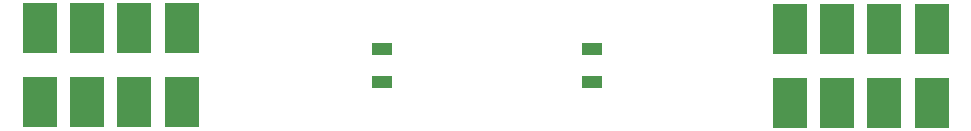
<source format=gbp>
%FSLAX25Y25*%
%MOIN*%
G70*
G01*
G75*
G04 Layer_Color=6049101*
%ADD10R,0.05906X0.05906*%
%ADD11C,0.05000*%
%ADD12C,0.16500*%
%ADD13C,0.04000*%
%ADD14R,0.08000X0.05000*%
%ADD15R,0.12205X0.17716*%
%ADD16C,0.01000*%
%ADD17C,0.01200*%
%ADD18R,0.04906X0.04906*%
%ADD19R,0.07000X0.04000*%
%ADD20R,0.11205X0.16716*%
D19*
X515000Y519500D02*
D03*
Y530500D02*
D03*
X585000Y519500D02*
D03*
Y530500D02*
D03*
D20*
X698248Y512500D02*
D03*
X682500D02*
D03*
X666752D02*
D03*
X698248Y537106D02*
D03*
X682500D02*
D03*
X666752D02*
D03*
X651004Y512500D02*
D03*
Y537106D02*
D03*
X448248Y512894D02*
D03*
X432500D02*
D03*
X416752D02*
D03*
X448248Y537500D02*
D03*
X432500D02*
D03*
X416752D02*
D03*
X401004Y512894D02*
D03*
Y537500D02*
D03*
M02*

</source>
